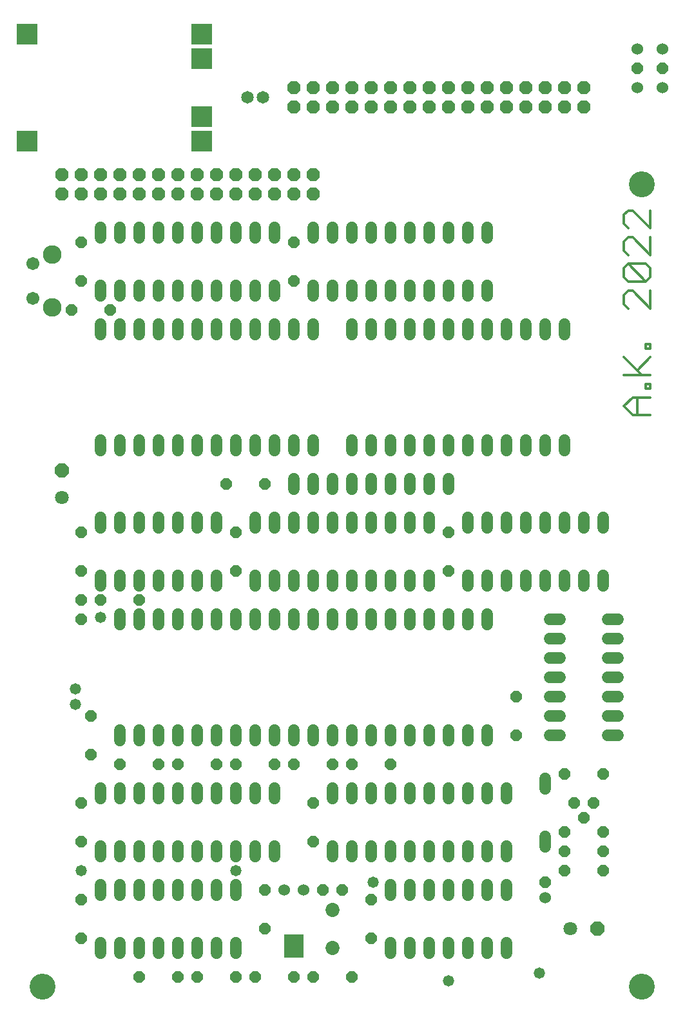
<source format=gts>
G75*
%MOIN*%
%OFA0B0*%
%FSLAX25Y25*%
%IPPOS*%
%LPD*%
%AMOC8*
5,1,8,0,0,1.08239X$1,22.5*
%
%ADD10C,0.13398*%
%ADD11C,0.01200*%
%ADD12R,0.10000X0.12000*%
%ADD13OC8,0.06000*%
%ADD14C,0.07296*%
%ADD15C,0.06000*%
%ADD16C,0.06000*%
%ADD17OC8,0.06800*%
%ADD18C,0.09658*%
%ADD19C,0.06737*%
%ADD20C,0.05800*%
%ADD21R,0.10800X0.10800*%
%ADD22OC8,0.07100*%
%ADD23C,0.07100*%
%ADD24C,0.06500*%
D10*
X0026752Y0016500D03*
X0336752Y0016500D03*
X0336752Y0431500D03*
D11*
X0341152Y0417990D02*
X0341152Y0408783D01*
X0331945Y0417990D01*
X0329643Y0417990D01*
X0327341Y0415688D01*
X0327341Y0411085D01*
X0329643Y0408783D01*
X0329643Y0404179D02*
X0327341Y0401877D01*
X0327341Y0397273D01*
X0329643Y0394971D01*
X0329643Y0390367D02*
X0338850Y0381159D01*
X0341152Y0383461D01*
X0341152Y0388065D01*
X0338850Y0390367D01*
X0329643Y0390367D01*
X0327341Y0388065D01*
X0327341Y0383461D01*
X0329643Y0381159D01*
X0338850Y0381159D01*
X0341152Y0376555D02*
X0341152Y0367347D01*
X0331945Y0376555D01*
X0329643Y0376555D01*
X0327341Y0374253D01*
X0327341Y0369649D01*
X0329643Y0367347D01*
X0338850Y0348931D02*
X0341152Y0348931D01*
X0341152Y0346629D01*
X0338850Y0346629D01*
X0338850Y0348931D01*
X0341152Y0342026D02*
X0334247Y0335120D01*
X0336549Y0332818D02*
X0327341Y0342026D01*
X0327341Y0332818D02*
X0341152Y0332818D01*
X0341152Y0328214D02*
X0338850Y0328214D01*
X0338850Y0325912D01*
X0341152Y0325912D01*
X0341152Y0328214D01*
X0341152Y0321308D02*
X0331945Y0321308D01*
X0327341Y0316704D01*
X0331945Y0312100D01*
X0341152Y0312100D01*
X0334247Y0312100D02*
X0334247Y0321308D01*
X0341152Y0394971D02*
X0331945Y0404179D01*
X0329643Y0404179D01*
X0341152Y0404179D02*
X0341152Y0394971D01*
D12*
X0156752Y0037500D03*
D13*
X0156752Y0021500D03*
X0166752Y0021500D03*
X0186752Y0021500D03*
X0196752Y0041500D03*
X0196752Y0061500D03*
X0181752Y0066500D03*
X0171752Y0066500D03*
X0166752Y0091500D03*
X0166752Y0111500D03*
X0156752Y0131500D03*
X0146752Y0131500D03*
X0126752Y0131500D03*
X0116752Y0131500D03*
X0096752Y0131500D03*
X0086752Y0131500D03*
X0066752Y0131500D03*
X0051752Y0136500D03*
X0051752Y0156500D03*
X0046752Y0111500D03*
X0046752Y0091500D03*
X0046752Y0061500D03*
X0046752Y0041500D03*
X0076752Y0021500D03*
X0096752Y0021500D03*
X0106752Y0021500D03*
X0126752Y0021500D03*
X0136752Y0021500D03*
X0141752Y0046500D03*
X0141752Y0066500D03*
X0176752Y0131500D03*
X0186752Y0131500D03*
X0206752Y0131500D03*
X0271752Y0146500D03*
X0271752Y0166500D03*
X0296752Y0126500D03*
X0301752Y0111500D03*
X0306752Y0104000D03*
X0311752Y0111500D03*
X0316752Y0096500D03*
X0316752Y0086500D03*
X0316752Y0076500D03*
X0296752Y0076500D03*
X0296752Y0086500D03*
X0296752Y0096500D03*
X0286752Y0070500D03*
X0316752Y0126500D03*
X0236752Y0231500D03*
X0236752Y0251500D03*
X0156752Y0381500D03*
X0156752Y0401500D03*
X0141752Y0276500D03*
X0126752Y0251500D03*
X0126752Y0231500D03*
X0121752Y0276500D03*
X0076752Y0216500D03*
X0056752Y0216500D03*
X0046752Y0216500D03*
X0046752Y0206500D03*
X0046752Y0231500D03*
X0046752Y0251500D03*
X0041752Y0366500D03*
X0046752Y0381500D03*
X0046752Y0401500D03*
X0061752Y0366500D03*
X0334256Y0491500D03*
X0347248Y0491500D03*
D14*
X0176752Y0056343D03*
X0176752Y0036657D03*
D15*
X0161752Y0066500D03*
X0151752Y0066500D03*
X0286752Y0062500D03*
X0334256Y0481500D03*
X0347248Y0481500D03*
X0347248Y0501500D03*
X0334256Y0501500D03*
D16*
X0256752Y0409100D02*
X0256752Y0403900D01*
X0246752Y0403900D02*
X0246752Y0409100D01*
X0236752Y0409100D02*
X0236752Y0403900D01*
X0226752Y0403900D02*
X0226752Y0409100D01*
X0216752Y0409100D02*
X0216752Y0403900D01*
X0206752Y0403900D02*
X0206752Y0409100D01*
X0196752Y0409100D02*
X0196752Y0403900D01*
X0186752Y0403900D02*
X0186752Y0409100D01*
X0176752Y0409100D02*
X0176752Y0403900D01*
X0166752Y0403900D02*
X0166752Y0409100D01*
X0166752Y0379100D02*
X0166752Y0373900D01*
X0176752Y0373900D02*
X0176752Y0379100D01*
X0186752Y0379100D02*
X0186752Y0373900D01*
X0196752Y0373900D02*
X0196752Y0379100D01*
X0206752Y0379100D02*
X0206752Y0373900D01*
X0216752Y0373900D02*
X0216752Y0379100D01*
X0226752Y0379100D02*
X0226752Y0373900D01*
X0236752Y0373900D02*
X0236752Y0379100D01*
X0246752Y0379100D02*
X0246752Y0373900D01*
X0256752Y0373900D02*
X0256752Y0379100D01*
X0256752Y0359100D02*
X0256752Y0353900D01*
X0266752Y0353900D02*
X0266752Y0359100D01*
X0276752Y0359100D02*
X0276752Y0353900D01*
X0286752Y0353900D02*
X0286752Y0359100D01*
X0296752Y0359100D02*
X0296752Y0353900D01*
X0296752Y0299100D02*
X0296752Y0293900D01*
X0286752Y0293900D02*
X0286752Y0299100D01*
X0276752Y0299100D02*
X0276752Y0293900D01*
X0266752Y0293900D02*
X0266752Y0299100D01*
X0256752Y0299100D02*
X0256752Y0293900D01*
X0246752Y0293900D02*
X0246752Y0299100D01*
X0236752Y0299100D02*
X0236752Y0293900D01*
X0236752Y0279100D02*
X0236752Y0273900D01*
X0226752Y0273900D02*
X0226752Y0279100D01*
X0226752Y0293900D02*
X0226752Y0299100D01*
X0216752Y0299100D02*
X0216752Y0293900D01*
X0206752Y0293900D02*
X0206752Y0299100D01*
X0196752Y0299100D02*
X0196752Y0293900D01*
X0196752Y0279100D02*
X0196752Y0273900D01*
X0186752Y0273900D02*
X0186752Y0279100D01*
X0186752Y0293900D02*
X0186752Y0299100D01*
X0176752Y0279100D02*
X0176752Y0273900D01*
X0166752Y0273900D02*
X0166752Y0279100D01*
X0166752Y0293900D02*
X0166752Y0299100D01*
X0156752Y0299100D02*
X0156752Y0293900D01*
X0156752Y0279100D02*
X0156752Y0273900D01*
X0156752Y0259100D02*
X0156752Y0253900D01*
X0146752Y0253900D02*
X0146752Y0259100D01*
X0136752Y0259100D02*
X0136752Y0253900D01*
X0116752Y0253900D02*
X0116752Y0259100D01*
X0106752Y0259100D02*
X0106752Y0253900D01*
X0096752Y0253900D02*
X0096752Y0259100D01*
X0086752Y0259100D02*
X0086752Y0253900D01*
X0076752Y0253900D02*
X0076752Y0259100D01*
X0066752Y0259100D02*
X0066752Y0253900D01*
X0056752Y0253900D02*
X0056752Y0259100D01*
X0056752Y0229100D02*
X0056752Y0223900D01*
X0066752Y0223900D02*
X0066752Y0229100D01*
X0076752Y0229100D02*
X0076752Y0223900D01*
X0086752Y0223900D02*
X0086752Y0229100D01*
X0096752Y0229100D02*
X0096752Y0223900D01*
X0106752Y0223900D02*
X0106752Y0229100D01*
X0116752Y0229100D02*
X0116752Y0223900D01*
X0116752Y0209100D02*
X0116752Y0203900D01*
X0106752Y0203900D02*
X0106752Y0209100D01*
X0096752Y0209100D02*
X0096752Y0203900D01*
X0086752Y0203900D02*
X0086752Y0209100D01*
X0076752Y0209100D02*
X0076752Y0203900D01*
X0066752Y0203900D02*
X0066752Y0209100D01*
X0066752Y0149100D02*
X0066752Y0143900D01*
X0076752Y0143900D02*
X0076752Y0149100D01*
X0086752Y0149100D02*
X0086752Y0143900D01*
X0096752Y0143900D02*
X0096752Y0149100D01*
X0106752Y0149100D02*
X0106752Y0143900D01*
X0116752Y0143900D02*
X0116752Y0149100D01*
X0126752Y0149100D02*
X0126752Y0143900D01*
X0136752Y0143900D02*
X0136752Y0149100D01*
X0146752Y0149100D02*
X0146752Y0143900D01*
X0156752Y0143900D02*
X0156752Y0149100D01*
X0166752Y0149100D02*
X0166752Y0143900D01*
X0176752Y0143900D02*
X0176752Y0149100D01*
X0186752Y0149100D02*
X0186752Y0143900D01*
X0196752Y0143900D02*
X0196752Y0149100D01*
X0206752Y0149100D02*
X0206752Y0143900D01*
X0216752Y0143900D02*
X0216752Y0149100D01*
X0226752Y0149100D02*
X0226752Y0143900D01*
X0236752Y0143900D02*
X0236752Y0149100D01*
X0246752Y0149100D02*
X0246752Y0143900D01*
X0256752Y0143900D02*
X0256752Y0149100D01*
X0256752Y0119100D02*
X0256752Y0113900D01*
X0266752Y0113900D02*
X0266752Y0119100D01*
X0246752Y0119100D02*
X0246752Y0113900D01*
X0236752Y0113900D02*
X0236752Y0119100D01*
X0226752Y0119100D02*
X0226752Y0113900D01*
X0216752Y0113900D02*
X0216752Y0119100D01*
X0206752Y0119100D02*
X0206752Y0113900D01*
X0196752Y0113900D02*
X0196752Y0119100D01*
X0186752Y0119100D02*
X0186752Y0113900D01*
X0176752Y0113900D02*
X0176752Y0119100D01*
X0176752Y0089100D02*
X0176752Y0083900D01*
X0186752Y0083900D02*
X0186752Y0089100D01*
X0196752Y0089100D02*
X0196752Y0083900D01*
X0206752Y0083900D02*
X0206752Y0089100D01*
X0216752Y0089100D02*
X0216752Y0083900D01*
X0216752Y0069100D02*
X0216752Y0063900D01*
X0206752Y0063900D02*
X0206752Y0069100D01*
X0226752Y0069100D02*
X0226752Y0063900D01*
X0236752Y0063900D02*
X0236752Y0069100D01*
X0236752Y0083900D02*
X0236752Y0089100D01*
X0226752Y0089100D02*
X0226752Y0083900D01*
X0246752Y0083900D02*
X0246752Y0089100D01*
X0256752Y0089100D02*
X0256752Y0083900D01*
X0266752Y0083900D02*
X0266752Y0089100D01*
X0266752Y0069100D02*
X0266752Y0063900D01*
X0256752Y0063900D02*
X0256752Y0069100D01*
X0246752Y0069100D02*
X0246752Y0063900D01*
X0246752Y0039100D02*
X0246752Y0033900D01*
X0236752Y0033900D02*
X0236752Y0039100D01*
X0226752Y0039100D02*
X0226752Y0033900D01*
X0216752Y0033900D02*
X0216752Y0039100D01*
X0206752Y0039100D02*
X0206752Y0033900D01*
X0256752Y0033900D02*
X0256752Y0039100D01*
X0266752Y0039100D02*
X0266752Y0033900D01*
X0286752Y0088900D02*
X0286752Y0094100D01*
X0286752Y0118900D02*
X0286752Y0124100D01*
X0289152Y0146500D02*
X0294352Y0146500D01*
X0294352Y0156500D02*
X0289152Y0156500D01*
X0289152Y0166500D02*
X0294352Y0166500D01*
X0294352Y0176500D02*
X0289152Y0176500D01*
X0289152Y0186500D02*
X0294352Y0186500D01*
X0294352Y0196500D02*
X0289152Y0196500D01*
X0289152Y0206500D02*
X0294352Y0206500D01*
X0296752Y0223900D02*
X0296752Y0229100D01*
X0306752Y0229100D02*
X0306752Y0223900D01*
X0316752Y0223900D02*
X0316752Y0229100D01*
X0319152Y0206500D02*
X0324352Y0206500D01*
X0324352Y0196500D02*
X0319152Y0196500D01*
X0319152Y0186500D02*
X0324352Y0186500D01*
X0324352Y0176500D02*
X0319152Y0176500D01*
X0319152Y0166500D02*
X0324352Y0166500D01*
X0324352Y0156500D02*
X0319152Y0156500D01*
X0319152Y0146500D02*
X0324352Y0146500D01*
X0286752Y0223900D02*
X0286752Y0229100D01*
X0276752Y0229100D02*
X0276752Y0223900D01*
X0266752Y0223900D02*
X0266752Y0229100D01*
X0256752Y0229100D02*
X0256752Y0223900D01*
X0246752Y0223900D02*
X0246752Y0229100D01*
X0246752Y0209100D02*
X0246752Y0203900D01*
X0236752Y0203900D02*
X0236752Y0209100D01*
X0226752Y0209100D02*
X0226752Y0203900D01*
X0216752Y0203900D02*
X0216752Y0209100D01*
X0206752Y0209100D02*
X0206752Y0203900D01*
X0196752Y0203900D02*
X0196752Y0209100D01*
X0186752Y0209100D02*
X0186752Y0203900D01*
X0176752Y0203900D02*
X0176752Y0209100D01*
X0166752Y0209100D02*
X0166752Y0203900D01*
X0156752Y0203900D02*
X0156752Y0209100D01*
X0146752Y0209100D02*
X0146752Y0203900D01*
X0136752Y0203900D02*
X0136752Y0209100D01*
X0126752Y0209100D02*
X0126752Y0203900D01*
X0136752Y0223900D02*
X0136752Y0229100D01*
X0146752Y0229100D02*
X0146752Y0223900D01*
X0156752Y0223900D02*
X0156752Y0229100D01*
X0166752Y0229100D02*
X0166752Y0223900D01*
X0176752Y0223900D02*
X0176752Y0229100D01*
X0186752Y0229100D02*
X0186752Y0223900D01*
X0196752Y0223900D02*
X0196752Y0229100D01*
X0206752Y0229100D02*
X0206752Y0223900D01*
X0216752Y0223900D02*
X0216752Y0229100D01*
X0226752Y0229100D02*
X0226752Y0223900D01*
X0226752Y0253900D02*
X0226752Y0259100D01*
X0216752Y0259100D02*
X0216752Y0253900D01*
X0206752Y0253900D02*
X0206752Y0259100D01*
X0196752Y0259100D02*
X0196752Y0253900D01*
X0186752Y0253900D02*
X0186752Y0259100D01*
X0176752Y0259100D02*
X0176752Y0253900D01*
X0166752Y0253900D02*
X0166752Y0259100D01*
X0146752Y0293900D02*
X0146752Y0299100D01*
X0136752Y0299100D02*
X0136752Y0293900D01*
X0126752Y0293900D02*
X0126752Y0299100D01*
X0116752Y0299100D02*
X0116752Y0293900D01*
X0106752Y0293900D02*
X0106752Y0299100D01*
X0096752Y0299100D02*
X0096752Y0293900D01*
X0086752Y0293900D02*
X0086752Y0299100D01*
X0076752Y0299100D02*
X0076752Y0293900D01*
X0066752Y0293900D02*
X0066752Y0299100D01*
X0056752Y0299100D02*
X0056752Y0293900D01*
X0056752Y0353900D02*
X0056752Y0359100D01*
X0066752Y0359100D02*
X0066752Y0353900D01*
X0076752Y0353900D02*
X0076752Y0359100D01*
X0086752Y0359100D02*
X0086752Y0353900D01*
X0096752Y0353900D02*
X0096752Y0359100D01*
X0106752Y0359100D02*
X0106752Y0353900D01*
X0116752Y0353900D02*
X0116752Y0359100D01*
X0126752Y0359100D02*
X0126752Y0353900D01*
X0136752Y0353900D02*
X0136752Y0359100D01*
X0146752Y0359100D02*
X0146752Y0353900D01*
X0156752Y0353900D02*
X0156752Y0359100D01*
X0166752Y0359100D02*
X0166752Y0353900D01*
X0186752Y0353900D02*
X0186752Y0359100D01*
X0196752Y0359100D02*
X0196752Y0353900D01*
X0206752Y0353900D02*
X0206752Y0359100D01*
X0216752Y0359100D02*
X0216752Y0353900D01*
X0226752Y0353900D02*
X0226752Y0359100D01*
X0236752Y0359100D02*
X0236752Y0353900D01*
X0246752Y0353900D02*
X0246752Y0359100D01*
X0216752Y0279100D02*
X0216752Y0273900D01*
X0206752Y0273900D02*
X0206752Y0279100D01*
X0246752Y0259100D02*
X0246752Y0253900D01*
X0256752Y0253900D02*
X0256752Y0259100D01*
X0266752Y0259100D02*
X0266752Y0253900D01*
X0276752Y0253900D02*
X0276752Y0259100D01*
X0286752Y0259100D02*
X0286752Y0253900D01*
X0296752Y0253900D02*
X0296752Y0259100D01*
X0306752Y0259100D02*
X0306752Y0253900D01*
X0316752Y0253900D02*
X0316752Y0259100D01*
X0256752Y0209100D02*
X0256752Y0203900D01*
X0146752Y0119100D02*
X0146752Y0113900D01*
X0136752Y0113900D02*
X0136752Y0119100D01*
X0126752Y0119100D02*
X0126752Y0113900D01*
X0116752Y0113900D02*
X0116752Y0119100D01*
X0106752Y0119100D02*
X0106752Y0113900D01*
X0096752Y0113900D02*
X0096752Y0119100D01*
X0086752Y0119100D02*
X0086752Y0113900D01*
X0076752Y0113900D02*
X0076752Y0119100D01*
X0066752Y0119100D02*
X0066752Y0113900D01*
X0056752Y0113900D02*
X0056752Y0119100D01*
X0056752Y0089100D02*
X0056752Y0083900D01*
X0056752Y0069100D02*
X0056752Y0063900D01*
X0066752Y0063900D02*
X0066752Y0069100D01*
X0066752Y0083900D02*
X0066752Y0089100D01*
X0076752Y0089100D02*
X0076752Y0083900D01*
X0086752Y0083900D02*
X0086752Y0089100D01*
X0096752Y0089100D02*
X0096752Y0083900D01*
X0096752Y0069100D02*
X0096752Y0063900D01*
X0086752Y0063900D02*
X0086752Y0069100D01*
X0076752Y0069100D02*
X0076752Y0063900D01*
X0076752Y0039100D02*
X0076752Y0033900D01*
X0086752Y0033900D02*
X0086752Y0039100D01*
X0096752Y0039100D02*
X0096752Y0033900D01*
X0106752Y0033900D02*
X0106752Y0039100D01*
X0116752Y0039100D02*
X0116752Y0033900D01*
X0126752Y0033900D02*
X0126752Y0039100D01*
X0126752Y0063900D02*
X0126752Y0069100D01*
X0126752Y0083900D02*
X0126752Y0089100D01*
X0136752Y0089100D02*
X0136752Y0083900D01*
X0146752Y0083900D02*
X0146752Y0089100D01*
X0116752Y0089100D02*
X0116752Y0083900D01*
X0116752Y0069100D02*
X0116752Y0063900D01*
X0106752Y0063900D02*
X0106752Y0069100D01*
X0106752Y0083900D02*
X0106752Y0089100D01*
X0066752Y0039100D02*
X0066752Y0033900D01*
X0056752Y0033900D02*
X0056752Y0039100D01*
X0056752Y0373900D02*
X0056752Y0379100D01*
X0066752Y0379100D02*
X0066752Y0373900D01*
X0076752Y0373900D02*
X0076752Y0379100D01*
X0086752Y0379100D02*
X0086752Y0373900D01*
X0096752Y0373900D02*
X0096752Y0379100D01*
X0106752Y0379100D02*
X0106752Y0373900D01*
X0116752Y0373900D02*
X0116752Y0379100D01*
X0126752Y0379100D02*
X0126752Y0373900D01*
X0136752Y0373900D02*
X0136752Y0379100D01*
X0146752Y0379100D02*
X0146752Y0373900D01*
X0146752Y0403900D02*
X0146752Y0409100D01*
X0136752Y0409100D02*
X0136752Y0403900D01*
X0126752Y0403900D02*
X0126752Y0409100D01*
X0116752Y0409100D02*
X0116752Y0403900D01*
X0106752Y0403900D02*
X0106752Y0409100D01*
X0096752Y0409100D02*
X0096752Y0403900D01*
X0086752Y0403900D02*
X0086752Y0409100D01*
X0076752Y0409100D02*
X0076752Y0403900D01*
X0066752Y0403900D02*
X0066752Y0409100D01*
X0056752Y0409100D02*
X0056752Y0403900D01*
D17*
X0056752Y0426500D03*
X0056752Y0436500D03*
X0046752Y0436500D03*
X0046752Y0426500D03*
X0036752Y0426500D03*
X0036752Y0436500D03*
X0066752Y0436500D03*
X0066752Y0426500D03*
X0076752Y0426500D03*
X0076752Y0436500D03*
X0086752Y0436500D03*
X0086752Y0426500D03*
X0096752Y0426500D03*
X0096752Y0436500D03*
X0106752Y0436500D03*
X0106752Y0426500D03*
X0116752Y0426500D03*
X0116752Y0436500D03*
X0126752Y0436500D03*
X0126752Y0426500D03*
X0136752Y0426500D03*
X0136752Y0436500D03*
X0146752Y0436500D03*
X0146752Y0426500D03*
X0156752Y0426500D03*
X0156752Y0436500D03*
X0166752Y0436500D03*
X0166752Y0426500D03*
X0166752Y0471500D03*
X0166752Y0481500D03*
X0176752Y0481500D03*
X0176752Y0471500D03*
X0186752Y0471500D03*
X0186752Y0481500D03*
X0196752Y0481500D03*
X0196752Y0471500D03*
X0206752Y0471500D03*
X0206752Y0481500D03*
X0216752Y0481500D03*
X0216752Y0471500D03*
X0226752Y0471500D03*
X0226752Y0481500D03*
X0236752Y0481500D03*
X0236752Y0471500D03*
X0246752Y0471500D03*
X0246752Y0481500D03*
X0256752Y0481500D03*
X0256752Y0471500D03*
X0266752Y0471500D03*
X0266752Y0481500D03*
X0276752Y0481500D03*
X0276752Y0471500D03*
X0286752Y0471500D03*
X0286752Y0481500D03*
X0296752Y0481500D03*
X0296752Y0471500D03*
X0306752Y0471500D03*
X0306752Y0481500D03*
X0156752Y0481500D03*
X0156752Y0471500D03*
D18*
X0031595Y0395280D03*
X0031595Y0367720D03*
D19*
X0021752Y0372642D03*
X0021752Y0390358D03*
D20*
X0056752Y0207500D03*
X0043752Y0170500D03*
X0043752Y0162500D03*
X0046752Y0076500D03*
X0126752Y0076500D03*
X0197752Y0070500D03*
X0236752Y0019500D03*
X0283752Y0023500D03*
D21*
X0109075Y0453941D03*
X0109075Y0466500D03*
X0109075Y0496500D03*
X0109075Y0509059D03*
X0018524Y0509059D03*
X0018524Y0453941D03*
D22*
X0036752Y0283500D03*
X0313752Y0046500D03*
D23*
X0299752Y0046500D03*
X0036752Y0269500D03*
D24*
X0132815Y0476500D03*
X0140689Y0476500D03*
M02*

</source>
